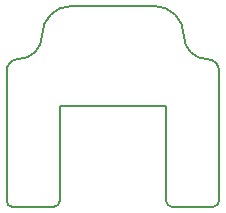
<source format=gbr>
%TF.GenerationSoftware,KiCad,Pcbnew,8.0.2*%
%TF.CreationDate,2024-06-05T02:24:25-04:00*%
%TF.ProjectId,TT_motor_board,54545f6d-6f74-46f7-925f-626f6172642e,rev?*%
%TF.SameCoordinates,Original*%
%TF.FileFunction,Profile,NP*%
%FSLAX46Y46*%
G04 Gerber Fmt 4.6, Leading zero omitted, Abs format (unit mm)*
G04 Created by KiCad (PCBNEW 8.0.2) date 2024-06-05 02:24:25*
%MOMM*%
%LPD*%
G01*
G04 APERTURE LIST*
%TA.AperFunction,Profile*%
%ADD10C,0.200000*%
%TD*%
G04 APERTURE END LIST*
D10*
X118500000Y-88749999D02*
G75*
G02*
X116500000Y-90749999I-2000000J0D01*
G01*
X118500000Y-88749999D02*
G75*
G02*
X121000000Y-86249999I2500000J0D01*
G01*
X127999999Y-86249999D02*
X121000000Y-86249999D01*
X127999999Y-86249999D02*
G75*
G02*
X130500000Y-88749999I1J-2500000D01*
G01*
X132500000Y-90749999D02*
G75*
G02*
X130500000Y-88749999I-1J1999999D01*
G01*
X132500000Y-90749999D02*
G75*
G02*
X133500000Y-91749997I1J-999999D01*
G01*
X133500000Y-102749998D02*
X133500000Y-91749997D01*
X133500000Y-102749998D02*
G75*
G02*
X132999999Y-103249999I-500001J0D01*
G01*
X129500001Y-103249999D02*
X132999999Y-103249999D01*
X129500001Y-103249999D02*
G75*
G02*
X129000000Y-102749998I0J500001D01*
G01*
X129000000Y-94749999D02*
X129000000Y-102749998D01*
X120000000Y-94749999D02*
X129000000Y-94749999D01*
X120000000Y-102749999D02*
X120000000Y-94749999D01*
X120000000Y-102749999D02*
G75*
G02*
X119500000Y-103249999I-500000J0D01*
G01*
X116000000Y-103249999D02*
X119500000Y-103249999D01*
X116000000Y-103249999D02*
G75*
G02*
X115500000Y-102749999I0J500000D01*
G01*
X115500000Y-91749999D02*
X115500000Y-102749999D01*
X115500000Y-91749999D02*
G75*
G02*
X116500000Y-90749999I1000000J0D01*
G01*
M02*

</source>
